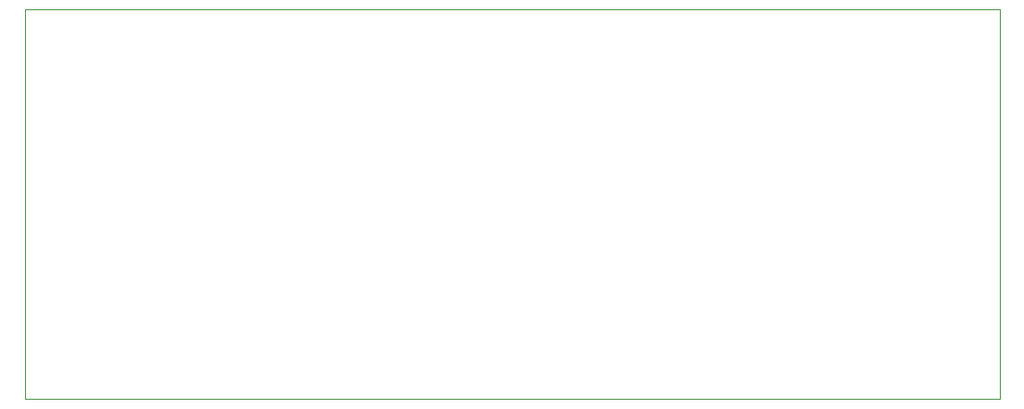
<source format=gbr>
%TF.GenerationSoftware,KiCad,Pcbnew,(6.0.5)*%
%TF.CreationDate,2022-05-29T15:22:12+02:00*%
%TF.ProjectId,pmod_master,706d6f64-5f6d-4617-9374-65722e6b6963,rev?*%
%TF.SameCoordinates,Original*%
%TF.FileFunction,Profile,NP*%
%FSLAX46Y46*%
G04 Gerber Fmt 4.6, Leading zero omitted, Abs format (unit mm)*
G04 Created by KiCad (PCBNEW (6.0.5)) date 2022-05-29 15:22:12*
%MOMM*%
%LPD*%
G01*
G04 APERTURE LIST*
%TA.AperFunction,Profile*%
%ADD10C,0.050000*%
%TD*%
G04 APERTURE END LIST*
D10*
X45720000Y-17780000D02*
X134620000Y-17780000D01*
X134620000Y-17780000D02*
X134620000Y-53340000D01*
X134620000Y-53340000D02*
X45720000Y-53340000D01*
X45720000Y-53340000D02*
X45720000Y-17780000D01*
M02*

</source>
